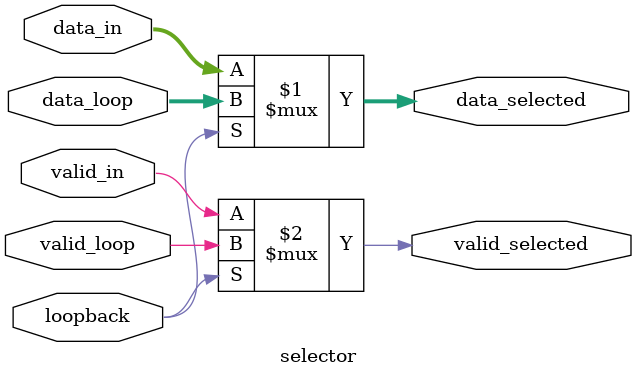
<source format=v>
`timescale 1ns / 1ps


module selector(
    input [63:0] data_in,
    input valid_in,
    input [63:0] data_loop,
    input valid_loop,
    input loopback,
    
    output wire [63:0] data_selected,
    output wire valid_selected
    );
    
    assign data_selected = loopback ? data_loop : data_in;
    assign valid_selected = loopback ? valid_loop : valid_in;
    
endmodule

</source>
